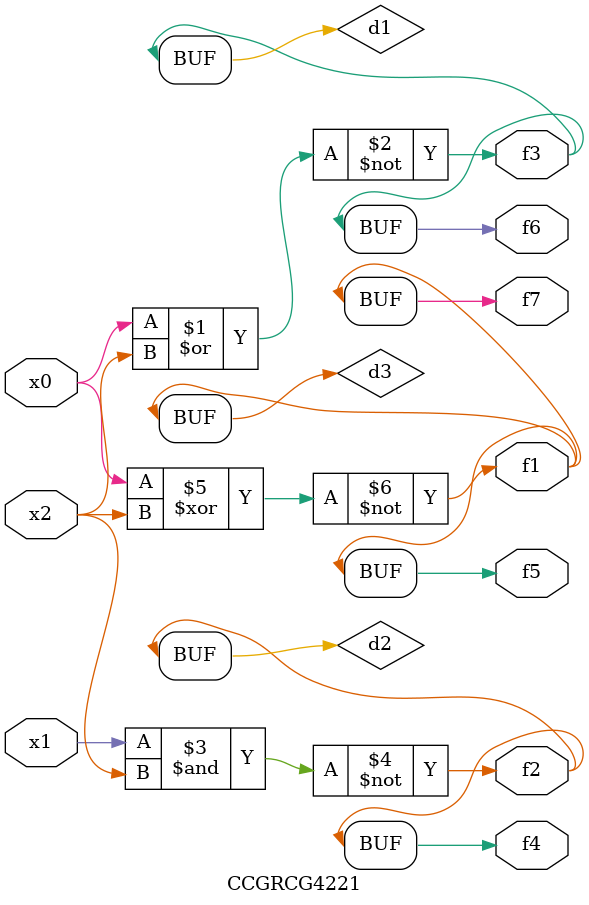
<source format=v>
module CCGRCG4221(
	input x0, x1, x2,
	output f1, f2, f3, f4, f5, f6, f7
);

	wire d1, d2, d3;

	nor (d1, x0, x2);
	nand (d2, x1, x2);
	xnor (d3, x0, x2);
	assign f1 = d3;
	assign f2 = d2;
	assign f3 = d1;
	assign f4 = d2;
	assign f5 = d3;
	assign f6 = d1;
	assign f7 = d3;
endmodule

</source>
